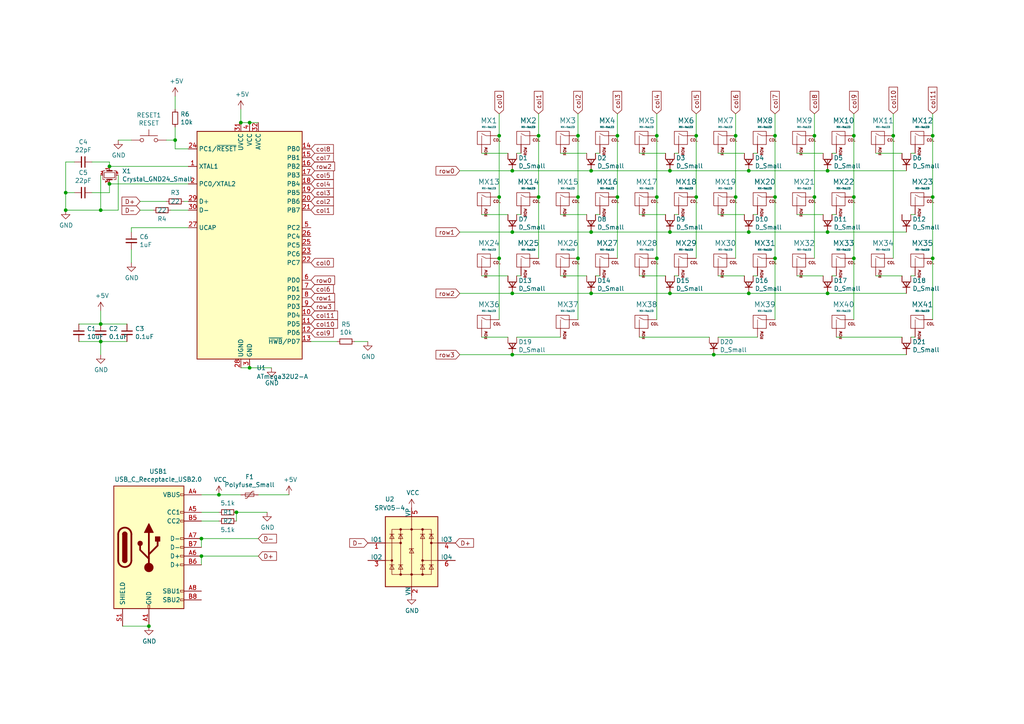
<source format=kicad_sch>
(kicad_sch (version 20211123) (generator eeschema)
  (paper "A4")
  (lib_symbols
    (symbol "Connector:USB_C_Receptacle_USB2.0" (pin_names (offset 1.016))
      (property "Reference" "J" (at -10.16 19.05 0))
      (property "Value" "USB_C_Receptacle_USB2.0" (at 19.05 19.05 0))
      (symbol "USB_C_Receptacle_USB2.0_1_1"
        (pin passive line (at 0 -22.86 90) (length 5.08) (name "GND") (number "A1"))
        (pin passive line (at 0 -22.86 90) (length 5.08) hide (name "GND") (number "A12"))
        (pin passive line (at 15.24 15.24 180) (length 5.08) (name "VBUS") (number "A4"))
        (pin bidirectional line (at 15.24 10.16 180) (length 5.08) (name "CC1") (number "A5"))
        (pin bidirectional line (at 15.24 -2.54 180) (length 5.08) (name "D+") (number "A6"))
        (pin bidirectional line (at 15.24 2.54 180) (length 5.08) (name "D-") (number "A7"))
        (pin bidirectional line (at 15.24 -12.7 180) (length 5.08) (name "SBU1") (number "A8"))
        (pin passive line (at 15.24 15.24 180) (length 5.08) hide (name "VBUS") (number "A9"))
        (pin passive line (at 0 -22.86 90) (length 5.08) hide (name "GND") (number "B1"))
        (pin passive line (at 0 -22.86 90) (length 5.08) hide (name "GND") (number "B12"))
        (pin passive line (at 15.24 15.24 180) (length 5.08) hide (name "VBUS") (number "B4"))
        (pin bidirectional line (at 15.24 7.62 180) (length 5.08) (name "CC2") (number "B5"))
        (pin bidirectional line (at 15.24 -5.08 180) (length 5.08) (name "D+") (number "B6"))
        (pin bidirectional line (at 15.24 0 180) (length 5.08) (name "D-") (number "B7"))
        (pin bidirectional line (at 15.24 -15.24 180) (length 5.08) (name "SBU2") (number "B8"))
        (pin passive line (at 15.24 15.24 180) (length 5.08) hide (name "VBUS") (number "B9"))
        (pin passive line (at -7.62 -22.86 90) (length 5.08) (name "SHIELD") (number "S1"))
      )
    )
    (symbol "Device:C_Small" (pin_numbers hide) (pin_names (offset 0.254) hide)
      (property "Reference" "C" (at 0.254 1.778 0))
      (property "Value" "C_Small" (at 0.254 -2.032 0))
      (symbol "C_Small_1_1"
        (pin passive line (at 0 2.54 270) (length 2.032) (name "~") (number "1"))
        (pin passive line (at 0 -2.54 90) (length 2.032) (name "~") (number "2"))
      )
    )
    (symbol "Device:Crystal_GND24_Small" (pin_names (offset 1.016) hide)
      (property "Reference" "Y" (at 1.27 4.445 0))
      (property "Value" "Crystal_GND24_Small" (at 1.27 2.54 0))
      (symbol "Crystal_GND24_Small_1_1"
        (pin passive line (at -2.54 0 0) (length 1.27) (name "1") (number "1"))
        (pin passive line (at 0 -2.54 90) (length 0.635) (name "2") (number "2"))
        (pin passive line (at 2.54 0 180) (length 1.27) (name "3") (number "3"))
        (pin passive line (at 0 2.54 270) (length 0.635) (name "4") (number "4"))
      )
    )
    (symbol "Device:Polyfuse_Small" (pin_numbers hide) (pin_names (offset 0))
      (property "Reference" "F" (at -1.905 0 90))
      (property "Value" "Polyfuse_Small" (at 1.905 0 90))
      (symbol "Polyfuse_Small_1_1"
        (pin passive line (at 0 2.54 270) (length 0.635) (name "~") (number "1"))
        (pin passive line (at 0 -2.54 90) (length 0.635) (name "~") (number "2"))
      )
    )
    (symbol "Device:R_Small" (pin_numbers hide) (pin_names (offset 0.254) hide)
      (property "Reference" "R" (at 0.762 0.508 0))
      (property "Value" "R_Small" (at 0.762 -1.016 0))
      (symbol "R_Small_1_1"
        (pin passive line (at 0 2.54 270) (length 0.762) (name "~") (number "1"))
        (pin passive line (at 0 -2.54 90) (length 0.762) (name "~") (number "2"))
      )
    )
    (symbol "MCU_Microchip_ATmega:ATmega32U2-A"
      (property "Reference" "U" (at -15.24 34.29 0))
      (property "Value" "ATmega32U2-A" (at 2.54 -34.29 0))
      (symbol "ATmega32U2-A_1_1"
        (pin input line (at -17.78 22.86 0) (length 2.54) (name "XTAL1") (number "1"))
        (pin bidirectional line (at 17.78 -20.32 180) (length 2.54) (name "PD4") (number "10"))
        (pin bidirectional line (at 17.78 -22.86 180) (length 2.54) (name "PD5") (number "11"))
        (pin bidirectional line (at 17.78 -25.4 180) (length 2.54) (name "PD6") (number "12"))
        (pin bidirectional line (at 17.78 -27.94 180) (length 2.54) (name "~{HWB}/PD7") (number "13"))
        (pin bidirectional line (at 17.78 27.94 180) (length 2.54) (name "PB0") (number "14"))
        (pin bidirectional line (at 17.78 25.4 180) (length 2.54) (name "PB1") (number "15"))
        (pin bidirectional line (at 17.78 22.86 180) (length 2.54) (name "PB2") (number "16"))
        (pin bidirectional line (at 17.78 20.32 180) (length 2.54) (name "PB3") (number "17"))
        (pin bidirectional line (at 17.78 17.78 180) (length 2.54) (name "PB4") (number "18"))
        (pin bidirectional line (at 17.78 15.24 180) (length 2.54) (name "PB5") (number "19"))
        (pin bidirectional line (at -17.78 17.78 0) (length 2.54) (name "PC0/XTAL2") (number "2"))
        (pin bidirectional line (at 17.78 12.7 180) (length 2.54) (name "PB6") (number "20"))
        (pin bidirectional line (at 17.78 10.16 180) (length 2.54) (name "PB7") (number "21"))
        (pin bidirectional line (at 17.78 -5.08 180) (length 2.54) (name "PC7") (number "22"))
        (pin bidirectional line (at 17.78 -2.54 180) (length 2.54) (name "PC6") (number "23"))
        (pin bidirectional line (at -17.78 27.94 0) (length 2.54) (name "PC1/~{RESET}") (number "24"))
        (pin bidirectional line (at 17.78 0 180) (length 2.54) (name "PC5") (number "25"))
        (pin bidirectional line (at 17.78 2.54 180) (length 2.54) (name "PC4") (number "26"))
        (pin passive line (at -17.78 5.08 0) (length 2.54) (name "UCAP") (number "27"))
        (pin power_in line (at -2.54 -35.56 90) (length 2.54) (name "UGND") (number "28"))
        (pin bidirectional line (at -17.78 12.7 0) (length 2.54) (name "D+") (number "29"))
        (pin power_in line (at 0 -35.56 90) (length 2.54) (name "GND") (number "3"))
        (pin bidirectional line (at -17.78 10.16 0) (length 2.54) (name "D-") (number "30"))
        (pin power_in line (at -2.54 35.56 270) (length 2.54) (name "UVCC") (number "31"))
        (pin power_in line (at 2.54 35.56 270) (length 2.54) (name "AVCC") (number "32"))
        (pin power_in line (at 0 35.56 270) (length 2.54) (name "VCC") (number "4"))
        (pin bidirectional line (at 17.78 5.08 180) (length 2.54) (name "PC2") (number "5"))
        (pin bidirectional line (at 17.78 -10.16 180) (length 2.54) (name "PD0") (number "6"))
        (pin bidirectional line (at 17.78 -12.7 180) (length 2.54) (name "PD1") (number "7"))
        (pin bidirectional line (at 17.78 -15.24 180) (length 2.54) (name "PD2") (number "8"))
        (pin bidirectional line (at 17.78 -17.78 180) (length 2.54) (name "PD3") (number "9"))
      )
    )
    (symbol "MX_Alps_Hybrid:MX-NoLED" (pin_names (offset 1.016))
      (property "Reference" "MX" (at -0.635 3.81 0))
      (property "Value" "MX-NoLED" (at -0.635 1.27 0))
      (symbol "MX-NoLED_0_0"
        (text "COL" (at 3.175 0 0) (effects (font (size 0.762 0.762))))
        (text "ROW" (at 0 -1.905 900) (effects (font (size 0.762 0.762)) (justify right)))
      )
      (symbol "MX-NoLED_1_1"
        (pin passive line (at 3.81 1.27 180) (length 2.54) (name "COL") (number "1"))
        (pin passive line (at -1.27 -3.81 90) (length 2.54) (name "ROW") (number "2"))
      )
    )
    (symbol "Power_Protection:SRV05-4" (pin_names (offset 0))
      (property "Reference" "U" (at -5.08 11.43 0))
      (property "Value" "SRV05-4" (at 2.54 11.43 0))
      (symbol "SRV05-4_1_1"
        (pin passive line (at -12.7 2.54 0) (length 5.08) (name "IO1") (number "1"))
        (pin passive line (at 0 -12.7 90) (length 2.54) (name "VN") (number "2"))
        (pin passive line (at -12.7 -2.54 0) (length 5.08) (name "IO2") (number "3"))
        (pin passive line (at 12.7 2.54 180) (length 5.08) (name "IO3") (number "4"))
        (pin passive line (at 0 12.7 270) (length 2.54) (name "VP") (number "5"))
        (pin passive line (at 12.7 -2.54 180) (length 5.08) (name "IO4") (number "6"))
      )
    )
    (symbol "Switch:SW_Push" (pin_numbers hide) (pin_names (offset 1.016) hide)
      (property "Reference" "SW" (at 1.27 2.54 0))
      (property "Value" "SW_Push" (at 0 -1.524 0))
      (symbol "SW_Push_0_1"
        (pin passive line (at -5.08 0 0) (length 2.54) (name "1") (number "1"))
        (pin passive line (at 5.08 0 180) (length 2.54) (name "2") (number "2"))
      )
    )
    (symbol "custom:D_AAK_Small" (pin_numbers hide) (pin_names (offset 0.254) hide)
      (property "Reference" "D" (at -1.27 2.032 0))
      (property "Value" "D_AAK_Small" (at -5.08 -2.54 0))
      (symbol "D_AAK_Small_0_1"
        (pin passive line (at -2.54 0 0) (length 1.778) (name "K") (number "1"))
        (pin passive line (at 2.54 1.27 180) (length 1.778) (name "A1") (number "2"))
        (pin passive line (at 2.54 -1.27 180) (length 1.778) (name "A2") (number "3"))
      )
    )
    (symbol "power:+5V" (power) (pin_names (offset 0))
      (property "Value" "+5V" (at 0 3.556 0))
      (symbol "+5V_1_1"
        (pin power_in line (at 0 0 90) (length 0) hide (name "+5V") (number "1"))
      )
    )
    (symbol "power:GND" (power) (pin_names (offset 0))
      (property "Value" "GND" (at 0 -3.81 0))
      (symbol "GND_1_1"
        (pin power_in line (at 0 0 270) (length 0) hide (name "GND") (number "1"))
      )
    )
    (symbol "power:VCC" (power) (pin_names (offset 0))
      (property "Value" "VCC" (at 0 3.81 0))
      (symbol "VCC_1_1"
        (pin power_in line (at 0 0 90) (length 0) hide (name "VCC") (number "1"))
      )
    )
  )
  (junction (at 224.79 57.15))
  (junction (at 224.79 74.93))
  (junction (at 171.45 67.31))
  (junction (at 207.01 102.87))
  (junction (at 72.39 35.56))
  (junction (at 247.65 74.93))
  (junction (at 236.22 57.15))
  (junction (at 270.51 39.37))
  (junction (at 144.78 74.93))
  (junction (at 19.05 60.96))
  (junction (at 201.93 39.37))
  (junction (at 217.17 85.09))
  (junction (at 201.93 57.15))
  (junction (at 247.65 57.15))
  (junction (at 148.59 102.87))
  (junction (at 240.03 49.53))
  (junction (at 179.07 57.15))
  (junction (at 259.08 39.37))
  (junction (at 240.03 85.09))
  (junction (at 240.03 67.31))
  (junction (at 43.18 181.61))
  (junction (at 270.51 57.15))
  (junction (at 190.5 57.15))
  (junction (at 148.59 49.53))
  (junction (at 171.45 49.53))
  (junction (at 72.39 106.68))
  (junction (at 69.85 35.56))
  (junction (at 270.51 74.93))
  (junction (at 31.75 53.34))
  (junction (at 29.21 99.06))
  (junction (at 190.5 74.93))
  (junction (at 29.21 93.98))
  (junction (at 167.64 39.37))
  (junction (at 58.42 156.21))
  (junction (at 236.22 39.37))
  (junction (at 167.64 74.93))
  (junction (at 194.31 85.09))
  (junction (at 156.21 57.15))
  (junction (at 31.75 48.26))
  (junction (at 194.31 67.31))
  (junction (at 213.36 39.37))
  (junction (at 63.5 143.51))
  (junction (at 190.5 39.37))
  (junction (at 144.78 57.15))
  (junction (at 50.8 40.64))
  (junction (at 217.17 67.31))
  (junction (at 19.05 55.88))
  (junction (at 29.21 60.96))
  (junction (at 224.79 39.37))
  (junction (at 217.17 49.53))
  (junction (at 156.21 39.37))
  (junction (at 179.07 39.37))
  (junction (at 171.45 85.09))
  (junction (at 58.42 161.29))
  (junction (at 148.59 85.09))
  (junction (at 194.31 49.53))
  (junction (at 247.65 39.37))
  (junction (at 167.64 57.15))
  (junction (at 68.58 148.59))
  (junction (at 148.59 67.31))
  (junction (at 144.78 39.37))
  (junction (at 213.36 57.15))
  (wire (pts (xy 179.07 33.02) (xy 179.07 39.37)))
  (wire (pts (xy 201.93 33.02) (xy 201.93 39.37)))
  (wire (pts (xy 35.56 181.61) (xy 43.18 181.61)))
  (wire (pts (xy 208.28 80.01) (xy 215.9 80.01)))
  (wire (pts (xy 31.75 46.99) (xy 26.67 46.99)))
  (wire (pts (xy 133.35 85.09) (xy 148.59 85.09)))
  (wire (pts (xy 63.5 143.51) (xy 69.85 143.51)))
  (wire (pts (xy 31.75 55.88) (xy 31.75 53.34)))
  (wire (pts (xy 54.61 66.04) (xy 38.1 66.04)))
  (wire (pts (xy 171.45 67.31) (xy 194.31 67.31)))
  (wire (pts (xy 171.45 49.53) (xy 194.31 49.53)))
  (wire (pts (xy 194.31 49.53) (xy 217.17 49.53)))
  (wire (pts (xy 247.65 33.02) (xy 247.65 39.37)))
  (wire (pts (xy 58.42 151.13) (xy 63.5 151.13)))
  (wire (pts (xy 190.5 39.37) (xy 190.5 57.15)))
  (wire (pts (xy 224.79 57.15) (xy 224.79 74.93)))
  (wire (pts (xy 54.61 48.26) (xy 31.75 48.26)))
  (wire (pts (xy 38.1 66.04) (xy 38.1 67.31)))
  (wire (pts (xy 50.8 40.64) (xy 50.8 43.18)))
  (wire (pts (xy 172.72 44.45) (xy 173.99 44.45)))
  (wire (pts (xy 240.03 67.31) (xy 262.89 67.31)))
  (wire (pts (xy 144.78 33.02) (xy 144.78 39.37)))
  (wire (pts (xy 201.93 57.15) (xy 201.93 74.93)))
  (wire (pts (xy 213.36 57.15) (xy 213.36 74.93)))
  (wire (pts (xy 231.14 44.45) (xy 238.76 44.45)))
  (wire (pts (xy 22.86 99.06) (xy 29.21 99.06)))
  (wire (pts (xy 236.22 33.02) (xy 236.22 39.37)))
  (wire (pts (xy 149.86 97.79) (xy 162.56 97.79)))
  (wire (pts (xy 29.21 99.06) (xy 36.83 99.06)))
  (wire (pts (xy 218.44 44.45) (xy 219.71 44.45)))
  (wire (pts (xy 218.44 80.01) (xy 219.71 80.01)))
  (wire (pts (xy 247.65 57.15) (xy 247.65 74.93)))
  (wire (pts (xy 77.47 148.59) (xy 68.58 148.59)))
  (wire (pts (xy 217.17 67.31) (xy 240.03 67.31)))
  (wire (pts (xy 264.16 44.45) (xy 265.43 44.45)))
  (wire (pts (xy 162.56 44.45) (xy 170.18 44.45)))
  (wire (pts (xy 34.29 50.8) (xy 34.29 60.96)))
  (wire (pts (xy 156.21 33.02) (xy 156.21 39.37)))
  (wire (pts (xy 172.72 62.23) (xy 173.99 62.23)))
  (wire (pts (xy 195.58 80.01) (xy 196.85 80.01)))
  (wire (pts (xy 48.26 40.64) (xy 50.8 40.64)))
  (wire (pts (xy 29.21 93.98) (xy 29.21 90.17)))
  (wire (pts (xy 242.57 97.79) (xy 261.62 97.79)))
  (wire (pts (xy 69.85 106.68) (xy 72.39 106.68)))
  (wire (pts (xy 58.42 158.75) (xy 58.42 156.21)))
  (wire (pts (xy 254 44.45) (xy 261.62 44.45)))
  (wire (pts (xy 190.5 74.93) (xy 190.5 92.71)))
  (wire (pts (xy 185.42 62.23) (xy 193.04 62.23)))
  (wire (pts (xy 247.65 74.93) (xy 247.65 92.71)))
  (wire (pts (xy 29.21 60.96) (xy 19.05 60.96)))
  (wire (pts (xy 236.22 57.15) (xy 236.22 74.93)))
  (wire (pts (xy 217.17 49.53) (xy 240.03 49.53)))
  (wire (pts (xy 224.79 33.02) (xy 224.79 39.37)))
  (wire (pts (xy 72.39 106.68) (xy 78.74 106.68)))
  (wire (pts (xy 38.1 76.2) (xy 38.1 72.39)))
  (wire (pts (xy 53.34 58.42) (xy 54.61 58.42)))
  (wire (pts (xy 208.28 44.45) (xy 215.9 44.45)))
  (wire (pts (xy 264.16 97.79) (xy 265.43 97.79)))
  (wire (pts (xy 264.16 80.01) (xy 265.43 80.01)))
  (wire (pts (xy 54.61 43.18) (xy 50.8 43.18)))
  (wire (pts (xy 162.56 62.23) (xy 170.18 62.23)))
  (wire (pts (xy 31.75 46.99) (xy 31.75 48.26)))
  (wire (pts (xy 106.68 99.06) (xy 102.87 99.06)))
  (wire (pts (xy 29.21 93.98) (xy 36.83 93.98)))
  (wire (pts (xy 148.59 49.53) (xy 171.45 49.53)))
  (wire (pts (xy 19.05 46.99) (xy 21.59 46.99)))
  (wire (pts (xy 19.05 55.88) (xy 19.05 46.99)))
  (wire (pts (xy 264.16 62.23) (xy 265.43 62.23)))
  (wire (pts (xy 144.78 39.37) (xy 144.78 57.15)))
  (wire (pts (xy 139.7 97.79) (xy 147.32 97.79)))
  (wire (pts (xy 224.79 39.37) (xy 224.79 57.15)))
  (wire (pts (xy 156.21 57.15) (xy 156.21 74.93)))
  (wire (pts (xy 50.8 36.83) (xy 50.8 40.64)))
  (wire (pts (xy 139.7 80.01) (xy 147.32 80.01)))
  (wire (pts (xy 240.03 85.09) (xy 262.89 85.09)))
  (wire (pts (xy 194.31 85.09) (xy 217.17 85.09)))
  (wire (pts (xy 171.45 85.09) (xy 194.31 85.09)))
  (wire (pts (xy 29.21 93.98) (xy 22.86 93.98)))
  (wire (pts (xy 172.72 80.01) (xy 173.99 80.01)))
  (wire (pts (xy 167.64 33.02) (xy 167.64 39.37)))
  (wire (pts (xy 201.93 39.37) (xy 201.93 57.15)))
  (wire (pts (xy 259.08 39.37) (xy 259.08 74.93)))
  (wire (pts (xy 207.01 102.87) (xy 262.89 102.87)))
  (wire (pts (xy 208.28 62.23) (xy 215.9 62.23)))
  (wire (pts (xy 26.67 55.88) (xy 31.75 55.88)))
  (wire (pts (xy 68.58 151.13) (xy 68.58 148.59)))
  (wire (pts (xy 149.86 62.23) (xy 151.13 62.23)))
  (wire (pts (xy 195.58 44.45) (xy 196.85 44.45)))
  (wire (pts (xy 72.39 35.56) (xy 74.93 35.56)))
  (wire (pts (xy 190.5 33.02) (xy 190.5 39.37)))
  (wire (pts (xy 19.05 55.88) (xy 19.05 60.96)))
  (wire (pts (xy 208.28 97.79) (xy 219.71 97.79)))
  (wire (pts (xy 270.51 74.93) (xy 270.51 92.71)))
  (wire (pts (xy 218.44 62.23) (xy 219.71 62.23)))
  (wire (pts (xy 167.64 39.37) (xy 167.64 57.15)))
  (wire (pts (xy 190.5 57.15) (xy 190.5 74.93)))
  (wire (pts (xy 231.14 80.01) (xy 238.76 80.01)))
  (wire (pts (xy 38.1 40.64) (xy 34.29 40.64)))
  (wire (pts (xy 217.17 85.09) (xy 240.03 85.09)))
  (wire (pts (xy 236.22 39.37) (xy 236.22 57.15)))
  (wire (pts (xy 149.86 44.45) (xy 151.13 44.45)))
  (wire (pts (xy 139.7 44.45) (xy 147.32 44.45)))
  (wire (pts (xy 213.36 33.02) (xy 213.36 39.37)))
  (wire (pts (xy 40.64 58.42) (xy 48.26 58.42)))
  (wire (pts (xy 44.45 60.96) (xy 40.64 60.96)))
  (wire (pts (xy 179.07 57.15) (xy 179.07 74.93)))
  (wire (pts (xy 49.53 60.96) (xy 54.61 60.96)))
  (wire (pts (xy 29.21 102.87) (xy 29.21 99.06)))
  (wire (pts (xy 149.86 80.01) (xy 151.13 80.01)))
  (wire (pts (xy 241.3 80.01) (xy 242.57 80.01)))
  (wire (pts (xy 167.64 57.15) (xy 167.64 74.93)))
  (wire (pts (xy 69.85 35.56) (xy 72.39 35.56)))
  (wire (pts (xy 69.85 31.75) (xy 69.85 35.56)))
  (wire (pts (xy 29.21 50.8) (xy 29.21 60.96)))
  (wire (pts (xy 21.59 55.88) (xy 19.05 55.88)))
  (wire (pts (xy 148.59 85.09) (xy 171.45 85.09)))
  (wire (pts (xy 148.59 102.87) (xy 207.01 102.87)))
  (wire (pts (xy 185.42 80.01) (xy 193.04 80.01)))
  (wire (pts (xy 247.65 39.37) (xy 247.65 57.15)))
  (wire (pts (xy 148.59 67.31) (xy 171.45 67.31)))
  (wire (pts (xy 241.3 62.23) (xy 242.57 62.23)))
  (wire (pts (xy 185.42 44.45) (xy 193.04 44.45)))
  (wire (pts (xy 58.42 161.29) (xy 74.93 161.29)))
  (wire (pts (xy 31.75 53.34) (xy 54.61 53.34)))
  (wire (pts (xy 259.08 33.02) (xy 259.08 39.37)))
  (wire (pts (xy 58.42 156.21) (xy 74.93 156.21)))
  (wire (pts (xy 270.51 33.02) (xy 270.51 39.37)))
  (wire (pts (xy 133.35 102.87) (xy 148.59 102.87)))
  (wire (pts (xy 133.35 49.53) (xy 148.59 49.53)))
  (wire (pts (xy 133.35 67.31) (xy 148.59 67.31)))
  (wire (pts (xy 58.42 148.59) (xy 63.5 148.59)))
  (wire (pts (xy 270.51 57.15) (xy 270.51 74.93)))
  (wire (pts (xy 58.42 143.51) (xy 63.5 143.51)))
  (wire (pts (xy 139.7 62.23) (xy 147.32 62.23)))
  (wire (pts (xy 195.58 62.23) (xy 196.85 62.23)))
  (wire (pts (xy 179.07 39.37) (xy 179.07 57.15)))
  (wire (pts (xy 156.21 39.37) (xy 156.21 57.15)))
  (wire (pts (xy 144.78 57.15) (xy 144.78 74.93)))
  (wire (pts (xy 185.42 97.79) (xy 205.74 97.79)))
  (wire (pts (xy 162.56 80.01) (xy 170.18 80.01)))
  (wire (pts (xy 97.79 99.06) (xy 90.17 99.06)))
  (wire (pts (xy 29.21 60.96) (xy 34.29 60.96)))
  (wire (pts (xy 240.03 49.53) (xy 262.89 49.53)))
  (wire (pts (xy 231.14 62.23) (xy 238.76 62.23)))
  (wire (pts (xy 167.64 74.93) (xy 167.64 92.71)))
  (wire (pts (xy 224.79 74.93) (xy 224.79 92.71)))
  (wire (pts (xy 270.51 39.37) (xy 270.51 57.15)))
  (wire (pts (xy 213.36 39.37) (xy 213.36 57.15)))
  (wire (pts (xy 144.78 74.93) (xy 144.78 92.71)))
  (wire (pts (xy 241.3 44.45) (xy 242.57 44.45)))
  (wire (pts (xy 50.8 27.94) (xy 50.8 31.75)))
  (wire (pts (xy 58.42 163.83) (xy 58.42 161.29)))
  (wire (pts (xy 194.31 67.31) (xy 217.17 67.31)))
  (wire (pts (xy 254 80.01) (xy 261.62 80.01)))
  (wire (pts (xy 74.93 143.51) (xy 83.82 143.51)))
  (global_label "col3" (shape input) (at 90.17 55.88 0) (property "Intersheet References" "${INTERSHEET_REFS}" (effects hide)))
  (global_label "col10" (shape input) (at 90.17 93.98 0) (property "Intersheet References" "${INTERSHEET_REFS}" (effects hide)))
  (global_label "row0" (shape input) (at 90.17 81.28 0) (property "Intersheet References" "${INTERSHEET_REFS}" (effects hide)))
  (global_label "col5" (shape input) (at 201.93 33.02 90) (property "Intersheet References" "${INTERSHEET_REFS}" (effects hide)))
  (global_label "col6" (shape input) (at 90.17 83.82 0) (property "Intersheet References" "${INTERSHEET_REFS}" (effects hide)))
  (global_label "col9" (shape input) (at 90.17 96.52 0) (property "Intersheet References" "${INTERSHEET_REFS}" (effects hide)))
  (global_label "row3" (shape input) (at 90.17 88.9 0) (property "Intersheet References" "${INTERSHEET_REFS}" (effects hide)))
  (global_label "col6" (shape input) (at 213.36 33.02 90) (property "Intersheet References" "${INTERSHEET_REFS}" (effects hide)))
  (global_label "col9" (shape input) (at 247.65 33.02 90) (property "Intersheet References" "${INTERSHEET_REFS}" (effects hide)))
  (global_label "col7" (shape input) (at 90.17 45.72 0) (property "Intersheet References" "${INTERSHEET_REFS}" (effects hide)))
  (global_label "col0" (shape input) (at 90.17 76.2 0) (property "Intersheet References" "${INTERSHEET_REFS}" (effects hide)))
  (global_label "D-" (shape input) (at 74.93 156.21 0) (property "Intersheet References" "${INTERSHEET_REFS}" (effects hide)))
  (global_label "col11" (shape input) (at 90.17 91.44 0) (property "Intersheet References" "${INTERSHEET_REFS}" (effects hide)))
  (global_label "row0" (shape input) (at 133.35 49.53 180) (property "Intersheet References" "${INTERSHEET_REFS}" (effects hide)))
  (global_label "col1" (shape input) (at 90.17 60.96 0) (property "Intersheet References" "${INTERSHEET_REFS}" (effects hide)))
  (global_label "col10" (shape input) (at 259.08 33.02 90) (property "Intersheet References" "${INTERSHEET_REFS}" (effects hide)))
  (global_label "D+" (shape input) (at 132.08 157.48 0) (property "Intersheet References" "${INTERSHEET_REFS}" (effects hide)))
  (global_label "row2" (shape input) (at 133.35 85.09 180) (property "Intersheet References" "${INTERSHEET_REFS}" (effects hide)))
  (global_label "col8" (shape input) (at 236.22 33.02 90) (property "Intersheet References" "${INTERSHEET_REFS}" (effects hide)))
  (global_label "row1" (shape input) (at 133.35 67.31 180) (property "Intersheet References" "${INTERSHEET_REFS}" (effects hide)))
  (global_label "col5" (shape input) (at 90.17 50.8 0) (property "Intersheet References" "${INTERSHEET_REFS}" (effects hide)))
  (global_label "col1" (shape input) (at 156.21 33.02 90) (property "Intersheet References" "${INTERSHEET_REFS}" (effects hide)))
  (global_label "D-" (shape input) (at 106.68 157.48 180) (property "Intersheet References" "${INTERSHEET_REFS}" (effects hide)))
  (global_label "D+" (shape input) (at 74.93 161.29 0) (property "Intersheet References" "${INTERSHEET_REFS}" (effects hide)))
  (global_label "col2" (shape input) (at 167.64 33.02 90) (property "Intersheet References" "${INTERSHEET_REFS}" (effects hide)))
  (global_label "col4" (shape input) (at 90.17 53.34 0) (property "Intersheet References" "${INTERSHEET_REFS}" (effects hide)))
  (global_label "D+" (shape input) (at 40.64 58.42 180) (property "Intersheet References" "${INTERSHEET_REFS}" (effects hide)))
  (global_label "col4" (shape input) (at 190.5 33.02 90) (property "Intersheet References" "${INTERSHEET_REFS}" (effects hide)))
  (global_label "col8" (shape input) (at 90.17 43.18 0) (property "Intersheet References" "${INTERSHEET_REFS}" (effects hide)))
  (global_label "row3" (shape input) (at 133.35 102.87 180) (property "Intersheet References" "${INTERSHEET_REFS}" (effects hide)))
  (global_label "D-" (shape input) (at 40.64 60.96 180) (property "Intersheet References" "${INTERSHEET_REFS}" (effects hide)))
  (global_label "row2" (shape input) (at 90.17 48.26 0) (property "Intersheet References" "${INTERSHEET_REFS}" (effects hide)))
  (global_label "col7" (shape input) (at 224.79 33.02 90) (property "Intersheet References" "${INTERSHEET_REFS}" (effects hide)))
  (global_label "col2" (shape input) (at 90.17 58.42 0) (property "Intersheet References" "${INTERSHEET_REFS}" (effects hide)))
  (global_label "row1" (shape input) (at 90.17 86.36 0) (property "Intersheet References" "${INTERSHEET_REFS}" (effects hide)))
  (global_label "col11" (shape input) (at 270.51 33.02 90) (property "Intersheet References" "${INTERSHEET_REFS}" (effects hide)))
  (global_label "col3" (shape input) (at 179.07 33.02 90) (property "Intersheet References" "${INTERSHEET_REFS}" (effects hide)))
  (global_label "col0" (shape input) (at 144.78 33.02 90) (property "Intersheet References" "${INTERSHEET_REFS}" (effects hide)))
  (symbol (lib_id "power:+5V") (at 69.85 31.75 0) (unit 1)
    (property "Reference" "#PWR02" (effects hide))
    (property "Value" "+5V" (at 70.231 27.3558 0))
  )
  (symbol (lib_id "power:GND") (at 78.74 106.68 0) (unit 1)
    (property "Reference" "#PWR017" (effects hide))
    (property "Value" "GND" (at 78.867 111.0742 0))
  )
  (symbol (lib_id "Device:R_Small") (at 100.33 99.06 270) (unit 1)
    (property "Reference" "R5" (at 100.33 94.0816 90))
    (property "Value" "10k" (at 100.33 96.393 90))
    (property "Footprint" "Resistor_SMD:R_0805_2012Metric" (effects hide))
    (property "LCSC" "C17414" (effects hide))
  )
  (symbol (lib_id "power:GND") (at 106.68 99.06 0) (unit 1)
    (property "Reference" "#PWR012" (effects hide))
    (property "Value" "GND" (at 106.807 103.4542 0))
  )
  (symbol (lib_id "Device:C_Small") (at 38.1 69.85 0) (unit 1)
    (property "Reference" "C6" (at 40.4368 68.6816 0) (effects (justify left)))
    (property "Value" "1uF" (at 40.4368 70.993 0) (effects (justify left)))
    (property "Footprint" "Capacitor_SMD:C_0805_2012Metric" (effects hide))
    (property "LCSC" "C24123" (effects hide))
  )
  (symbol (lib_id "power:GND") (at 38.1 76.2 0) (unit 1)
    (property "Reference" "#PWR010" (effects hide))
    (property "Value" "GND" (at 38.227 80.5942 0))
  )
  (symbol (lib_id "power:GND") (at 29.21 102.87 0) (unit 1)
    (property "Reference" "#PWR016" (effects hide))
    (property "Value" "GND" (at 29.337 107.2642 0))
  )
  (symbol (lib_id "power:+5V") (at 29.21 90.17 0) (unit 1)
    (property "Reference" "#PWR015" (effects hide))
    (property "Value" "+5V" (at 29.591 85.7758 0))
  )
  (symbol (lib_id "Device:C_Small") (at 29.21 96.52 0) (unit 1)
    (property "Reference" "C2" (at 31.5468 95.3516 0) (effects (justify left)))
    (property "Value" "0.1uF" (at 31.5468 97.663 0) (effects (justify left)))
    (property "Footprint" "Capacitor_SMD:C_0805_2012Metric" (effects hide))
    (property "LCSC" "C49678" (effects hide))
  )
  (symbol (lib_id "Device:C_Small") (at 36.83 96.52 0) (unit 1)
    (property "Reference" "C3" (at 39.1668 95.3516 0) (effects (justify left)))
    (property "Value" "0.1uF" (at 39.1668 97.663 0) (effects (justify left)))
    (property "Footprint" "Capacitor_SMD:C_0805_2012Metric" (effects hide))
    (property "LCSC" "C49678" (effects hide))
  )
  (symbol (lib_id "Device:C_Small") (at 22.86 96.52 0) (unit 1)
    (property "Reference" "C1" (at 25.1968 95.3516 0) (effects (justify left)))
    (property "Value" "10uF" (at 25.1968 97.663 0) (effects (justify left)))
    (property "Footprint" "Capacitor_SMD:C_0805_2012Metric" (effects hide))
    (property "LCSC" "C91245" (effects hide))
  )
  (symbol (lib_id "Device:Crystal_GND24_Small") (at 31.75 50.8 270) (unit 1)
    (property "Reference" "X1" (at 35.4076 49.6316 90) (effects (justify left)))
    (property "Value" "Crystal_GND24_Small" (at 35.4076 51.943 90) (effects (justify left)))
    (property "Footprint" "Crystal:Crystal_SMD_3225-4Pin_3.2x2.5mm" (effects hide))
    (property "LCSC" "C13738" (effects hide))
  )
  (symbol (lib_id "Device:C_Small") (at 24.13 46.99 270) (unit 1)
    (property "Reference" "C4" (at 24.13 41.1734 90))
    (property "Value" "22pF" (at 24.13 43.4848 90))
    (property "Footprint" "Capacitor_SMD:C_0805_2012Metric" (effects hide))
    (property "LCSC" "C1804" (effects hide))
  )
  (symbol (lib_id "Device:C_Small") (at 24.13 55.88 270) (unit 1)
    (property "Reference" "C5" (at 24.13 50.0634 90))
    (property "Value" "22pF" (at 24.13 52.3748 90))
    (property "Footprint" "Capacitor_SMD:C_0805_2012Metric" (effects hide))
    (property "LCSC" "C1804" (effects hide))
  )
  (symbol (lib_id "power:GND") (at 19.05 60.96 0) (unit 1)
    (property "Reference" "#PWR04" (effects hide))
    (property "Value" "GND" (at 19.177 65.3542 0))
  )
  (symbol (lib_id "Switch:SW_Push") (at 43.18 40.64 0) (unit 1)
    (property "Reference" "RESET1" (at 43.18 33.401 0))
    (property "Value" "RESET" (at 43.18 35.7124 0))
    (property "Footprint" "Connector_PinHeader_2.54mm:PinHeader_1x02_P2.54mm_Vertical" (effects hide))
  )
  (symbol (lib_id "power:GND") (at 34.29 40.64 0) (unit 1)
    (property "Reference" "#PWR03" (effects hide))
    (property "Value" "GND" (at 34.417 45.0342 0))
  )
  (symbol (lib_id "Device:R_Small") (at 50.8 34.29 180) (unit 1)
    (property "Reference" "R6" (at 52.2986 33.1216 0) (effects (justify right)))
    (property "Value" "10k" (at 52.2986 35.433 0) (effects (justify right)))
    (property "Footprint" "Resistor_SMD:R_0805_2012Metric" (effects hide))
    (property "LCSC" "C17414" (effects hide))
  )
  (symbol (lib_id "power:+5V") (at 50.8 27.94 0) (unit 1)
    (property "Reference" "#PWR01" (effects hide))
    (property "Value" "+5V" (at 51.181 23.5458 0))
  )
  (symbol (lib_id "Device:R_Small") (at 50.8 58.42 90) (unit 1)
    (property "Reference" "R3" (at 50.8 55.88 90))
    (property "Value" "22" (at 50.8 58.42 90))
    (property "Footprint" "Resistor_SMD:R_0805_2012Metric" (effects hide))
    (property "LCSC" "C17561" (effects hide))
  )
  (symbol (lib_id "Device:R_Small") (at 46.99 60.96 90) (unit 1)
    (property "Reference" "R4" (at 46.99 63.5 90))
    (property "Value" "22" (at 46.99 60.96 90))
    (property "Footprint" "Resistor_SMD:R_0805_2012Metric" (effects hide))
    (property "LCSC" "C17561" (effects hide))
  )
  (symbol (lib_id "Device:Polyfuse_Small") (at 72.39 143.51 270) (unit 1)
    (property "Reference" "F1" (at 72.39 138.303 90))
    (property "Value" "Polyfuse_Small" (at 72.39 140.6144 90))
    (property "Footprint" "Fuse:Fuse_1206_3216Metric" (effects hide))
    (property "LCSC" "C69688" (effects hide))
  )
  (symbol (lib_id "power:+5V") (at 83.82 143.51 0) (unit 1)
    (property "Reference" "#PWR06" (effects hide))
    (property "Value" "+5V" (at 84.201 139.1158 0))
  )
  (symbol (lib_id "power:VCC") (at 63.5 143.51 0) (unit 1)
    (property "Reference" "#PWR07" (effects hide))
    (property "Value" "VCC" (at 63.881 139.1158 0))
  )
  (symbol (lib_id "power:GND") (at 43.18 181.61 0) (unit 1)
    (property "Reference" "#PWR08" (effects hide))
    (property "Value" "GND" (at 43.307 186.0042 0))
  )
  (symbol (lib_id "power:VCC") (at 119.38 147.32 0) (unit 1)
    (property "Reference" "#PWR0103" (effects hide))
    (property "Value" "VCC" (at 119.761 142.9258 0))
  )
  (symbol (lib_id "Connector:USB_C_Receptacle_USB2.0") (at 43.18 158.75 0) (unit 1)
    (property "Reference" "USB1" (at 45.8978 136.7282 0))
    (property "Value" "USB_C_Receptacle_USB2.0" (at 45.8978 139.0396 0))
    (property "Footprint" "Connector_USB:USB_C_Receptacle_HRO_TYPE-C-31-M-12" (effects hide))
    (property "Datasheet" "https://www.usb.org/sites/default/files/documents/usb_type-c.zip" (effects hide))
    (property "LCSC" "C165948" (effects hide))
  )
  (symbol (lib_id "Device:R_Small") (at 66.04 148.59 270) (unit 1)
    (property "Reference" "R1" (at 66.04 148.59 90))
    (property "Value" "5.1k" (at 66.04 145.923 90))
    (property "Footprint" "Resistor_SMD:R_0805_2012Metric" (effects hide))
    (property "LCSC" "C27834" (effects hide))
  )
  (symbol (lib_id "Device:R_Small") (at 66.04 151.13 270) (unit 1)
    (property "Reference" "R2" (at 66.04 151.13 90))
    (property "Value" "5.1k" (at 66.04 153.67 90))
    (property "Footprint" "Resistor_SMD:R_0805_2012Metric" (effects hide))
    (property "LCSC" "C27834" (effects hide))
  )
  (symbol (lib_id "power:GND") (at 77.47 148.59 0) (unit 1)
    (property "Reference" "#PWR0104" (effects hide))
    (property "Value" "GND" (at 77.597 152.9842 0))
  )
  (symbol (lib_id "MX_Alps_Hybrid:MX-NoLED") (at 140.97 40.64 0) (unit 1)
    (property "Reference" "MX1" (at 141.8082 34.9758 0) (effects (font (size 1.524 1.524))))
    (property "Value" "MX-NoLED" (at 141.8082 36.8554 0) (effects (font (size 0.508 0.508))))
    (property "Footprint" "MX_Only:MXOnly-1U-NoLED" (effects hide))
  )
  (symbol (lib_id "Power_Protection:SRV05-4") (at 119.38 160.02 0) (unit 1)
    (property "Reference" "U2" (at 113.03 144.78 0))
    (property "Value" "SRV05-4" (at 113.03 147.32 0))
    (property "Footprint" "Package_TO_SOT_SMD:SOT-23-6" (effects hide))
    (property "Datasheet" "http://www.onsemi.com/pub/Collateral/SRV05-4-D.PDF" (effects hide))
    (property "LCSC" "C85364" (effects hide))
  )
  (symbol (lib_id "power:GND") (at 119.38 172.72 0) (unit 1)
    (property "Reference" "#PWR014" (effects hide))
    (property "Value" "GND" (at 119.507 177.1142 0))
  )
  (symbol (lib_id "custom:D_AAK_Small") (at 148.59 46.99 90) (unit 1)
    (property "Reference" "D1" (at 150.368 45.8216 90) (effects (justify right)))
    (property "Value" "D_Small" (at 150.368 48.133 90) (effects (justify right)))
    (property "Footprint" "custom_parts:D_SOT-23_ANK_norm" (effects hide))
    (property "LCSC" "C68978" (effects hide))
  )
  (symbol (lib_id "MX_Alps_Hybrid:MX-NoLED") (at 209.55 40.64 0) (unit 1)
    (property "Reference" "MX7" (at 210.3882 34.9758 0) (effects (font (size 1.524 1.524))))
    (property "Value" "MX-NoLED" (at 210.3882 36.8554 0) (effects (font (size 0.508 0.508))))
    (property "Footprint" "MX_Only:MXOnly-1U-NoLED" (effects hide))
  )
  (symbol (lib_id "MX_Alps_Hybrid:MX-NoLED") (at 232.41 40.64 0) (unit 1)
    (property "Reference" "MX9" (at 233.2482 34.9758 0) (effects (font (size 1.524 1.524))))
    (property "Value" "MX-NoLED" (at 233.2482 36.8554 0) (effects (font (size 0.508 0.508))))
    (property "Footprint" "MX_Only:MXOnly-1U-NoLED" (effects hide))
  )
  (symbol (lib_id "MX_Alps_Hybrid:MX-NoLED") (at 163.83 93.98 0) (unit 1)
    (property "Reference" "MX37" (at 164.6682 88.3158 0) (effects (font (size 1.524 1.524))))
    (property "Value" "MX-NoLED" (at 164.6682 90.1954 0) (effects (font (size 0.508 0.508))))
    (property "Footprint" "MX_Only:MXOnly-1U-NoLED" (effects hide))
  )
  (symbol (lib_id "MX_Alps_Hybrid:MX-NoLED") (at 140.97 58.42 0) (unit 1)
    (property "Reference" "MX13" (at 141.8082 52.7558 0) (effects (font (size 1.524 1.524))))
    (property "Value" "MX-NoLED" (at 141.8082 54.6354 0) (effects (font (size 0.508 0.508))))
    (property "Footprint" "MX_Only:MXOnly-1U-NoLED" (effects hide))
  )
  (symbol (lib_id "MX_Alps_Hybrid:MX-NoLED") (at 243.84 93.98 0) (unit 1)
    (property "Reference" "MX40" (at 244.6782 88.3158 0) (effects (font (size 1.524 1.524))))
    (property "Value" "MX-NoLED" (at 244.6782 90.1954 0) (effects (font (size 0.508 0.508))))
    (property "Footprint" "MX_Only:MXOnly-1U-NoLED" (effects hide))
  )
  (symbol (lib_id "MX_Alps_Hybrid:MX-NoLED") (at 186.69 76.2 0) (unit 1)
    (property "Reference" "MX28" (at 187.5282 70.5358 0) (effects (font (size 1.524 1.524))))
    (property "Value" "MX-NoLED" (at 187.5282 72.4154 0) (effects (font (size 0.508 0.508))))
    (property "Footprint" "MX_Only:MXOnly-1U-NoLED" (effects hide))
  )
  (symbol (lib_id "custom:D_AAK_Small") (at 194.31 64.77 90) (unit 1)
    (property "Reference" "D9" (at 196.088 63.6016 90) (effects (justify right)))
    (property "Value" "D_Small" (at 196.088 65.913 90) (effects (justify right)))
    (property "Footprint" "custom_parts:D_SOT-23_ANK_norm" (effects hide))
    (property "LCSC" "C68978" (effects hide))
  )
  (symbol (lib_id "custom:D_AAK_Small") (at 262.89 64.77 90) (unit 1)
    (property "Reference" "D12" (at 264.668 63.6016 90) (effects (justify right)))
    (property "Value" "D_Small" (at 264.668 65.913 90) (effects (justify right)))
    (property "Footprint" "custom_parts:D_SOT-23_ANK_norm" (effects hide))
    (property "LCSC" "C68978" (effects hide))
  )
  (symbol (lib_id "custom:D_AAK_Small") (at 194.31 82.55 90) (unit 1)
    (property "Reference" "D15" (at 196.088 81.3816 90) (effects (justify right)))
    (property "Value" "D_Small" (at 196.088 83.693 90) (effects (justify right)))
    (property "Footprint" "custom_parts:D_SOT-23_ANK_norm" (effects hide))
    (property "LCSC" "C68978" (effects hide))
  )
  (symbol (lib_id "MX_Alps_Hybrid:MX-NoLED") (at 152.4 76.2 0) (unit 1)
    (property "Reference" "MX25" (at 153.2382 70.5358 0) (effects (font (size 1.524 1.524))))
    (property "Value" "MX-NoLED" (at 153.2382 72.4154 0) (effects (font (size 0.508 0.508))))
    (property "Footprint" "MX_Only:MXOnly-1U-NoLED" (effects hide))
  )
  (symbol (lib_id "MX_Alps_Hybrid:MX-NoLED") (at 198.12 58.42 0) (unit 1)
    (property "Reference" "MX18" (at 198.9582 52.7558 0) (effects (font (size 1.524 1.524))))
    (property "Value" "MX-NoLED" (at 198.9582 54.6354 0) (effects (font (size 0.508 0.508))))
    (property "Footprint" "MX_Only:MXOnly-1U-NoLED" (effects hide))
  )
  (symbol (lib_id "custom:D_AAK_Small") (at 262.89 82.55 90) (unit 1)
    (property "Reference" "D18" (at 264.668 81.3816 90) (effects (justify right)))
    (property "Value" "D_Small" (at 264.668 83.693 90) (effects (justify right)))
    (property "Footprint" "custom_parts:D_SOT-23_ANK_norm" (effects hide))
    (property "LCSC" "C68978" (effects hide))
  )
  (symbol (lib_id "custom:D_AAK_Small") (at 240.03 46.99 90) (unit 1)
    (property "Reference" "D5" (at 241.808 45.8216 90) (effects (justify right)))
    (property "Value" "D_Small" (at 241.808 48.133 90) (effects (justify right)))
    (property "Footprint" "custom_parts:D_SOT-23_ANK_norm" (effects hide))
    (property "LCSC" "C68978" (effects hide))
  )
  (symbol (lib_id "MX_Alps_Hybrid:MX-NoLED") (at 266.7 76.2 0) (unit 1)
    (property "Reference" "MX35" (at 267.5382 70.5358 0) (effects (font (size 1.524 1.524))))
    (property "Value" "MX-NoLED" (at 267.5382 72.4154 0) (effects (font (size 0.508 0.508))))
    (property "Footprint" "MX_Only:MXOnly-1U-NoLED" (effects hide))
  )
  (symbol (lib_id "custom:D_AAK_Small") (at 217.17 64.77 90) (unit 1)
    (property "Reference" "D10" (at 218.948 63.6016 90) (effects (justify right)))
    (property "Value" "D_Small" (at 218.948 65.913 90) (effects (justify right)))
    (property "Footprint" "custom_parts:D_SOT-23_ANK_norm" (effects hide))
    (property "LCSC" "C68978" (effects hide))
  )
  (symbol (lib_id "MX_Alps_Hybrid:MX-NoLED") (at 152.4 40.64 0) (unit 1)
    (property "Reference" "MX2" (at 153.2382 34.9758 0) (effects (font (size 1.524 1.524))))
    (property "Value" "MX-NoLED" (at 153.2382 36.8554 0) (effects (font (size 0.508 0.508))))
    (property "Footprint" "MX_Only:MXOnly-1U-NoLED" (effects hide))
  )
  (symbol (lib_id "MCU_Microchip_ATmega:ATmega32U2-A") (at 72.39 71.12 0) (unit 1)
    (property "Reference" "U1" (at 74.4094 106.68 0) (effects (justify left)))
    (property "Value" "ATmega32U2-A" (at 74.4094 109.22 0) (effects (justify left)))
    (property "Footprint" "Package_QFP:TQFP-32_7x7mm_P0.8mm" (effects hide))
    (property "Datasheet" "http://ww1.microchip.com/downloads/en/DeviceDoc/doc7799.pdf" (effects hide))
    (property "LCSC" "C618733" (effects hide))
  )
  (symbol (lib_id "MX_Alps_Hybrid:MX-NoLED") (at 186.69 40.64 0) (unit 1)
    (property "Reference" "MX5" (at 187.5282 34.9758 0) (effects (font (size 1.524 1.524))))
    (property "Value" "MX-NoLED" (at 187.5282 36.8554 0) (effects (font (size 0.508 0.508))))
    (property "Footprint" "MX_Only:MXOnly-1U-NoLED" (effects hide))
  )
  (symbol (lib_id "MX_Alps_Hybrid:MX-NoLED") (at 220.98 58.42 0) (unit 1)
    (property "Reference" "MX20" (at 221.8182 52.7558 0) (effects (font (size 1.524 1.524))))
    (property "Value" "MX-NoLED" (at 221.8182 54.6354 0) (effects (font (size 0.508 0.508))))
    (property "Footprint" "MX_Only:MXOnly-1U-NoLED" (effects hide))
  )
  (symbol (lib_id "custom:D_AAK_Small") (at 262.89 100.33 90) (unit 1)
    (property "Reference" "D21" (at 264.668 99.1616 90) (effects (justify right)))
    (property "Value" "D_Small" (at 264.668 101.473 90) (effects (justify right)))
    (property "Footprint" "custom_parts:D_SOT-23_ANK_norm" (effects hide))
    (property "LCSC" "C68978" (effects hide))
  )
  (symbol (lib_id "MX_Alps_Hybrid:MX-NoLED") (at 220.98 76.2 0) (unit 1)
    (property "Reference" "MX31" (at 221.8182 70.5358 0) (effects (font (size 1.524 1.524))))
    (property "Value" "MX-NoLED" (at 221.8182 72.4154 0) (effects (font (size 0.508 0.508))))
    (property "Footprint" "MX_Only:MXOnly-1U-NoLED" (effects hide))
  )
  (symbol (lib_id "MX_Alps_Hybrid:MX-NoLED") (at 220.98 93.98 0) (unit 1)
    (property "Reference" "MX39" (at 221.8182 88.3158 0) (effects (font (size 1.524 1.524))))
    (property "Value" "MX-NoLED" (at 221.8182 90.1954 0) (effects (font (size 0.508 0.508))))
    (property "Footprint" "MX_Only:MXOnly-2.25U-ReversedStabilizers-NoLED" (effects hide))
  )
  (symbol (lib_id "MX_Alps_Hybrid:MX-NoLED") (at 152.4 58.42 0) (unit 1)
    (property "Reference" "MX14" (at 153.2382 52.7558 0) (effects (font (size 1.524 1.524))))
    (property "Value" "MX-NoLED" (at 153.2382 54.6354 0) (effects (font (size 0.508 0.508))))
    (property "Footprint" "MX_Only:MXOnly-1U-NoLED" (effects hide))
  )
  (symbol (lib_id "custom:D_AAK_Small") (at 262.89 46.99 90) (unit 1)
    (property "Reference" "D6" (at 264.668 45.8216 90) (effects (justify right)))
    (property "Value" "D_Small" (at 264.668 48.133 90) (effects (justify right)))
    (property "Footprint" "custom_parts:D_SOT-23_ANK_norm" (effects hide))
    (property "LCSC" "C68978" (effects hide))
  )
  (symbol (lib_id "MX_Alps_Hybrid:MX-NoLED") (at 140.97 93.98 0) (unit 1)
    (property "Reference" "MX36" (at 141.8082 88.3158 0) (effects (font (size 1.524 1.524))))
    (property "Value" "MX-NoLED" (at 141.8082 90.1954 0) (effects (font (size 0.508 0.508))))
    (property "Footprint" "MX_Only:MXOnly-1U-NoLED" (effects hide))
  )
  (symbol (lib_id "custom:D_AAK_Small") (at 240.03 82.55 90) (unit 1)
    (property "Reference" "D17" (at 241.808 81.3816 90) (effects (justify right)))
    (property "Value" "D_Small" (at 241.808 83.693 90) (effects (justify right)))
    (property "Footprint" "custom_parts:D_SOT-23_ANK_norm" (effects hide))
    (property "LCSC" "C68978" (effects hide))
  )
  (symbol (lib_id "MX_Alps_Hybrid:MX-NoLED") (at 255.27 76.2 0) (unit 1)
    (property "Reference" "MX34" (at 256.1082 70.5358 0) (effects (font (size 1.524 1.524))))
    (property "Value" "MX-NoLED" (at 256.1082 72.4154 0) (effects (font (size 0.508 0.508))))
    (property "Footprint" "MX_Only:MXOnly-1U-NoLED" (effects hide))
  )
  (symbol (lib_id "MX_Alps_Hybrid:MX-NoLED") (at 255.27 40.64 0) (unit 1)
    (property "Reference" "MX11" (at 256.1082 34.9758 0) (effects (font (size 1.524 1.524))))
    (property "Value" "MX-NoLED" (at 256.1082 36.8554 0) (effects (font (size 0.508 0.508))))
    (property "Footprint" "MX_Only:MXOnly-1U-NoLED" (effects hide))
  )
  (symbol (lib_id "custom:D_AAK_Small") (at 171.45 46.99 90) (unit 1)
    (property "Reference" "D2" (at 173.228 45.8216 90) (effects (justify right)))
    (property "Value" "D_Small" (at 173.228 48.133 90) (effects (justify right)))
    (property "Footprint" "custom_parts:D_SOT-23_ANK_norm" (effects hide))
    (property "LCSC" "C68978" (effects hide))
  )
  (symbol (lib_id "MX_Alps_Hybrid:MX-NoLED") (at 175.26 40.64 0) (unit 1)
    (property "Reference" "MX4" (at 176.0982 34.9758 0) (effects (font (size 1.524 1.524))))
    (property "Value" "MX-NoLED" (at 176.0982 36.8554 0) (effects (font (size 0.508 0.508))))
    (property "Footprint" "MX_Only:MXOnly-1U-NoLED" (effects hide))
  )
  (symbol (lib_id "custom:D_AAK_Small") (at 240.03 64.77 90) (unit 1)
    (property "Reference" "D11" (at 241.808 63.6016 90) (effects (justify right)))
    (property "Value" "D_Small" (at 241.808 65.913 90) (effects (justify right)))
    (property "Footprint" "custom_parts:D_SOT-23_ANK_norm" (effects hide))
    (property "LCSC" "C68978" (effects hide))
  )
  (symbol (lib_id "custom:D_AAK_Small") (at 207.01 100.33 90) (unit 1)
    (property "Reference" "D20" (at 208.788 99.1616 90) (effects (justify right)))
    (property "Value" "D_Small" (at 208.788 101.473 90) (effects (justify right)))
    (property "Footprint" "custom_parts:D_SOT-23_ANK_norm" (effects hide))
    (property "LCSC" "C68978" (effects hide))
  )
  (symbol (lib_id "MX_Alps_Hybrid:MX-NoLED") (at 243.84 76.2 0) (unit 1)
    (property "Reference" "MX33" (at 244.6782 70.5358 0) (effects (font (size 1.524 1.524))))
    (property "Value" "MX-NoLED" (at 244.6782 72.4154 0) (effects (font (size 0.508 0.508))))
    (property "Footprint" "MX_Only:MXOnly-1U-NoLED" (effects hide))
  )
  (symbol (lib_id "MX_Alps_Hybrid:MX-NoLED") (at 198.12 76.2 0) (unit 1)
    (property "Reference" "MX29" (at 198.9582 70.5358 0) (effects (font (size 1.524 1.524))))
    (property "Value" "MX-NoLED" (at 198.9582 72.4154 0) (effects (font (size 0.508 0.508))))
    (property "Footprint" "MX_Only:MXOnly-1U-NoLED" (effects hide))
  )
  (symbol (lib_id "custom:D_AAK_Small") (at 171.45 64.77 90) (unit 1)
    (property "Reference" "D8" (at 173.228 63.6016 90) (effects (justify right)))
    (property "Value" "D_Small" (at 173.228 65.913 90) (effects (justify right)))
    (property "Footprint" "custom_parts:D_SOT-23_ANK_norm" (effects hide))
    (property "LCSC" "C68978" (effects hide))
  )
  (symbol (lib_id "custom:D_AAK_Small") (at 217.17 46.99 90) (unit 1)
    (property "Reference" "D4" (at 218.948 45.8216 90) (effects (justify right)))
    (property "Value" "D_Small" (at 218.948 48.133 90) (effects (justify right)))
    (property "Footprint" "custom_parts:D_SOT-23_ANK_norm" (effects hide))
    (property "LCSC" "C68978" (effects hide))
  )
  (symbol (lib_id "custom:D_AAK_Small") (at 171.45 82.55 90) (unit 1)
    (property "Reference" "D14" (at 173.228 81.3816 90) (effects (justify right)))
    (property "Value" "D_Small" (at 173.228 83.693 90) (effects (justify right)))
    (property "Footprint" "custom_parts:D_SOT-23_ANK_norm" (effects hide))
    (property "LCSC" "C68978" (effects hide))
  )
  (symbol (lib_id "MX_Alps_Hybrid:MX-NoLED") (at 186.69 93.98 0) (unit 1)
    (property "Reference" "MX38" (at 187.5282 88.3158 0) (effects (font (size 1.524 1.524))))
    (property "Value" "MX-NoLED" (at 187.5282 90.1954 0) (effects (font (size 0.508 0.508))))
    (property "Footprint" "MX_Only:MXOnly-2.75U-ReversedStabilizers-NoLED" (effects hide))
  )
  (symbol (lib_id "custom:D_AAK_Small") (at 148.59 82.55 90) (unit 1)
    (property "Reference" "D13" (at 150.368 81.3816 90) (effects (justify right)))
    (property "Value" "D_Small" (at 150.368 83.693 90) (effects (justify right)))
    (property "Footprint" "custom_parts:D_SOT-23_ANK_norm" (effects hide))
    (property "LCSC" "C68978" (effects hide))
  )
  (symbol (lib_id "MX_Alps_Hybrid:MX-NoLED") (at 175.26 76.2 0) (unit 1)
    (property "Reference" "MX27" (at 176.0982 70.5358 0) (effects (font (size 1.524 1.524))))
    (property "Value" "MX-NoLED" (at 176.0982 72.4154 0) (effects (font (size 0.508 0.508))))
    (property "Footprint" "MX_Only:MXOnly-1U-NoLED" (effects hide))
  )
  (symbol (lib_id "MX_Alps_Hybrid:MX-NoLED") (at 198.12 40.64 0) (unit 1)
    (property "Reference" "MX6" (at 198.9582 34.9758 0) (effects (font (size 1.524 1.524))))
    (property "Value" "MX-NoLED" (at 198.9582 36.8554 0) (effects (font (size 0.508 0.508))))
    (property "Footprint" "MX_Only:MXOnly-1U-NoLED" (effects hide))
  )
  (symbol (lib_id "MX_Alps_Hybrid:MX-NoLED") (at 163.83 76.2 0) (unit 1)
    (property "Reference" "MX26" (at 164.6682 70.5358 0) (effects (font (size 1.524 1.524))))
    (property "Value" "MX-NoLED" (at 164.6682 72.4154 0) (effects (font (size 0.508 0.508))))
    (property "Footprint" "MX_Only:MXOnly-1U-NoLED" (effects hide))
  )
  (symbol (lib_id "MX_Alps_Hybrid:MX-NoLED") (at 232.41 76.2 0) (unit 1)
    (property "Reference" "MX32" (at 233.2482 70.5358 0) (effects (font (size 1.524 1.524))))
    (property "Value" "MX-NoLED" (at 233.2482 72.4154 0) (effects (font (size 0.508 0.508))))
    (property "Footprint" "MX_Only:MXOnly-1U-NoLED" (effects hide))
  )
  (symbol (lib_id "MX_Alps_Hybrid:MX-NoLED") (at 209.55 76.2 0) (unit 1)
    (property "Reference" "MX30" (at 210.3882 70.5358 0) (effects (font (size 1.524 1.524))))
    (property "Value" "MX-NoLED" (at 210.3882 72.4154 0) (effects (font (size 0.508 0.508))))
    (property "Footprint" "MX_Only:MXOnly-1U-NoLED" (effects hide))
  )
  (symbol (lib_id "MX_Alps_Hybrid:MX-NoLED") (at 266.7 58.42 0) (unit 1)
    (property "Reference" "MX23" (at 267.5382 52.7558 0) (effects (font (size 1.524 1.524))))
    (property "Value" "MX-NoLED" (at 267.5382 54.6354 0) (effects (font (size 0.508 0.508))))
    (property "Footprint" "MX_Only:MXOnly-1U-NoLED" (effects hide))
  )
  (symbol (lib_id "MX_Alps_Hybrid:MX-NoLED") (at 140.97 76.2 0) (unit 1)
    (property "Reference" "MX24" (at 141.8082 70.5358 0) (effects (font (size 1.524 1.524))))
    (property "Value" "MX-NoLED" (at 141.8082 72.4154 0) (effects (font (size 0.508 0.508))))
    (property "Footprint" "MX_Only:MXOnly-1U-NoLED" (effects hide))
  )
  (symbol (lib_id "MX_Alps_Hybrid:MX-NoLED") (at 163.83 58.42 0) (unit 1)
    (property "Reference" "MX15" (at 164.6682 52.7558 0) (effects (font (size 1.524 1.524))))
    (property "Value" "MX-NoLED" (at 164.6682 54.6354 0) (effects (font (size 0.508 0.508))))
    (property "Footprint" "MX_Only:MXOnly-1U-NoLED" (effects hide))
  )
  (symbol (lib_id "custom:D_AAK_Small") (at 194.31 46.99 90) (unit 1)
    (property "Reference" "D3" (at 196.088 45.8216 90) (effects (justify right)))
    (property "Value" "D_Small" (at 196.088 48.133 90) (effects (justify right)))
    (property "Footprint" "custom_parts:D_SOT-23_ANK_norm" (effects hide))
    (property "LCSC" "C68978" (effects hide))
  )
  (symbol (lib_id "custom:D_AAK_Small") (at 217.17 82.55 90) (unit 1)
    (property "Reference" "D16" (at 218.948 81.3816 90) (effects (justify right)))
    (property "Value" "D_Small" (at 218.948 83.693 90) (effects (justify right)))
    (property "Footprint" "custom_parts:D_SOT-23_ANK_norm" (effects hide))
    (property "LCSC" "C68978" (effects hide))
  )
  (symbol (lib_id "MX_Alps_Hybrid:MX-NoLED") (at 243.84 58.42 0) (unit 1)
    (property "Reference" "MX22" (at 244.6782 52.7558 0) (effects (font (size 1.524 1.524))))
    (property "Value" "MX-NoLED" (at 244.6782 54.6354 0) (effects (font (size 0.508 0.508))))
    (property "Footprint" "MX_Only:MXOnly-1U-NoLED" (effects hide))
  )
  (symbol (lib_id "MX_Alps_Hybrid:MX-NoLED") (at 243.84 40.64 0) (unit 1)
    (property "Reference" "MX10" (at 244.6782 34.9758 0) (effects (font (size 1.524 1.524))))
    (property "Value" "MX-NoLED" (at 244.6782 36.8554 0) (effects (font (size 0.508 0.508))))
    (property "Footprint" "MX_Only:MXOnly-1U-NoLED" (effects hide))
  )
  (symbol (lib_id "MX_Alps_Hybrid:MX-NoLED") (at 175.26 58.42 0) (unit 1)
    (property "Reference" "MX16" (at 176.0982 52.7558 0) (effects (font (size 1.524 1.524))))
    (property "Value" "MX-NoLED" (at 176.0982 54.6354 0) (effects (font (size 0.508 0.508))))
    (property "Footprint" "MX_Only:MXOnly-1U-NoLED" (effects hide))
  )
  (symbol (lib_id "MX_Alps_Hybrid:MX-NoLED") (at 232.41 58.42 0) (unit 1)
    (property "Reference" "MX21" (at 233.2482 52.7558 0) (effects (font (size 1.524 1.524))))
    (property "Value" "MX-NoLED" (at 233.2482 54.6354 0) (effects (font (size 0.508 0.508))))
    (property "Footprint" "MX_Only:MXOnly-1U-NoLED" (effects hide))
  )
  (symbol (lib_id "MX_Alps_Hybrid:MX-NoLED") (at 186.69 58.42 0) (unit 1)
    (property "Reference" "MX17" (at 187.5282 52.7558 0) (effects (font (size 1.524 1.524))))
    (property "Value" "MX-NoLED" (at 187.5282 54.6354 0) (effects (font (size 0.508 0.508))))
    (property "Footprint" "MX_Only:MXOnly-1U-NoLED" (effects hide))
  )
  (symbol (lib_id "MX_Alps_Hybrid:MX-NoLED") (at 163.83 40.64 0) (unit 1)
    (property "Reference" "MX3" (at 164.6682 34.9758 0) (effects (font (size 1.524 1.524))))
    (property "Value" "MX-NoLED" (at 164.6682 36.8554 0) (effects (font (size 0.508 0.508))))
    (property "Footprint" "MX_Only:MXOnly-1U-NoLED" (effects hide))
  )
  (symbol (lib_id "MX_Alps_Hybrid:MX-NoLED") (at 209.55 58.42 0) (unit 1)
    (property "Reference" "MX19" (at 210.3882 52.7558 0) (effects (font (size 1.524 1.524))))
    (property "Value" "MX-NoLED" (at 210.3882 54.6354 0) (effects (font (size 0.508 0.508))))
    (property "Footprint" "MX_Only:MXOnly-1U-NoLED" (effects hide))
  )
  (symbol (lib_id "MX_Alps_Hybrid:MX-NoLED") (at 266.7 40.64 0) (unit 1)
    (property "Reference" "MX12" (at 267.5382 34.9758 0) (effects (font (size 1.524 1.524))))
    (property "Value" "MX-NoLED" (at 267.5382 36.8554 0) (effects (font (size 0.508 0.508))))
    (property "Footprint" "MX_Only:MXOnly-1U-NoLED" (effects hide))
  )
  (symbol (lib_id "MX_Alps_Hybrid:MX-NoLED") (at 266.7 93.98 0) (unit 1)
    (property "Reference" "MX41" (at 267.5382 88.3158 0) (effects (font (size 1.524 1.524))))
    (property "Value" "MX-NoLED" (at 267.5382 90.1954 0) (effects (font (size 0.508 0.508))))
    (property "Footprint" "MX_Only:MXOnly-1U-NoLED" (effects hide))
  )
  (symbol (lib_id "MX_Alps_Hybrid:MX-NoLED") (at 220.98 40.64 0) (unit 1)
    (property "Reference" "MX8" (at 221.8182 34.9758 0) (effects (font (size 1.524 1.524))))
    (property "Value" "MX-NoLED" (at 221.8182 36.8554 0) (effects (font (size 0.508 0.508))))
    (property "Footprint" "MX_Only:MXOnly-1U-NoLED" (effects hide))
  )
  (symbol (lib_id "custom:D_AAK_Small") (at 148.59 100.33 90) (unit 1)
    (property "Reference" "D19" (at 150.368 99.1616 90) (effects (justify right)))
    (property "Value" "D_Small" (at 150.368 101.473 90) (effects (justify right)))
    (property "Footprint" "custom_parts:D_SOT-23_ANK_norm" (effects hide))
    (property "LCSC" "C68978" (effects hide))
  )
  (symbol (lib_id "custom:D_AAK_Small") (at 148.59 64.77 90) (unit 1)
    (property "Reference" "D7" (at 150.368 63.6016 90) (effects (justify right)))
    (property "Value" "D_Small" (at 150.368 65.913 90) (effects (justify right)))
    (property "Footprint" "custom_parts:D_SOT-23_ANK_norm" (effects hide))
    (property "LCSC" "C68978" (effects hide))
  )
)
</source>
